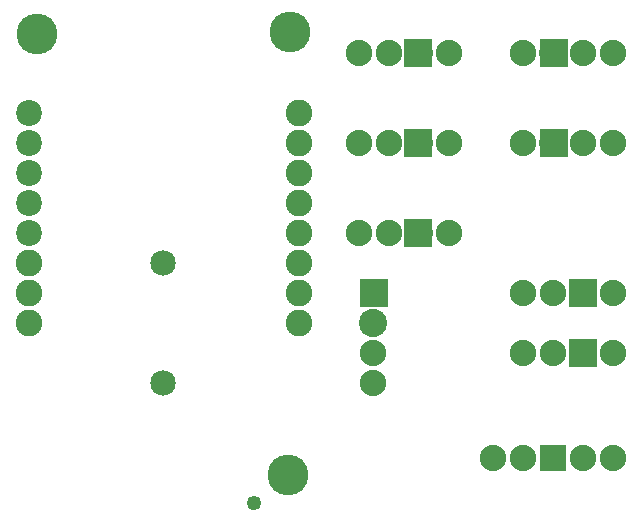
<source format=gts>
G04 MADE WITH FRITZING*
G04 WWW.FRITZING.ORG*
G04 DOUBLE SIDED*
G04 HOLES PLATED*
G04 CONTOUR ON CENTER OF CONTOUR VECTOR*
%ASAXBY*%
%FSLAX23Y23*%
%MOIN*%
%OFA0B0*%
%SFA1.0B1.0*%
%ADD10C,0.085000*%
%ADD11C,0.088000*%
%ADD12C,0.094141*%
%ADD13C,0.049370*%
%ADD14C,0.086389*%
%ADD15C,0.089166*%
%ADD16C,0.135984*%
%ADD17R,0.094375X0.094375*%
%ADD18R,0.093333X0.093333*%
%ADD19R,0.088000X0.088000*%
%LNMASK1*%
G90*
G70*
G54D10*
X805Y1248D03*
X805Y848D03*
G54D11*
X2005Y1648D03*
G54D12*
X2105Y1648D03*
G54D11*
X2205Y1648D03*
X2305Y1648D03*
X2005Y1948D03*
G54D12*
X2105Y1948D03*
G54D11*
X2205Y1948D03*
X2305Y1948D03*
X2305Y1148D03*
G54D12*
X2205Y1148D03*
G54D11*
X2105Y1148D03*
X2005Y1148D03*
X1756Y1647D03*
G54D12*
X1656Y1647D03*
G54D11*
X1556Y1647D03*
X1456Y1647D03*
X1756Y1347D03*
G54D12*
X1656Y1347D03*
G54D11*
X1556Y1347D03*
X1456Y1347D03*
X1756Y1947D03*
G54D12*
X1656Y1947D03*
G54D11*
X1556Y1947D03*
X1456Y1947D03*
X2305Y948D03*
G54D12*
X2205Y948D03*
G54D11*
X2105Y948D03*
X2005Y948D03*
X1505Y1148D03*
G54D12*
X1505Y1048D03*
G54D11*
X1505Y948D03*
X1505Y848D03*
X2305Y598D03*
X2205Y598D03*
X2105Y598D03*
X2005Y598D03*
X1905Y598D03*
G54D13*
X1106Y447D03*
G54D14*
X356Y1747D03*
X356Y1647D03*
X356Y1547D03*
X356Y1447D03*
X356Y1347D03*
G54D15*
X356Y1247D03*
X356Y1147D03*
X356Y1047D03*
X1257Y1047D03*
X1257Y1147D03*
X1257Y1247D03*
X1257Y1347D03*
X1257Y1447D03*
X1257Y1547D03*
X1257Y1647D03*
X1257Y1747D03*
G54D16*
X1227Y2016D03*
X383Y2010D03*
X1219Y540D03*
G54D17*
X2106Y1648D03*
X2106Y1948D03*
X2205Y1148D03*
X1655Y1647D03*
X1655Y1347D03*
X1655Y1947D03*
X2205Y948D03*
G54D18*
X1506Y1148D03*
G54D19*
X2105Y598D03*
G04 End of Mask1*
M02*
</source>
